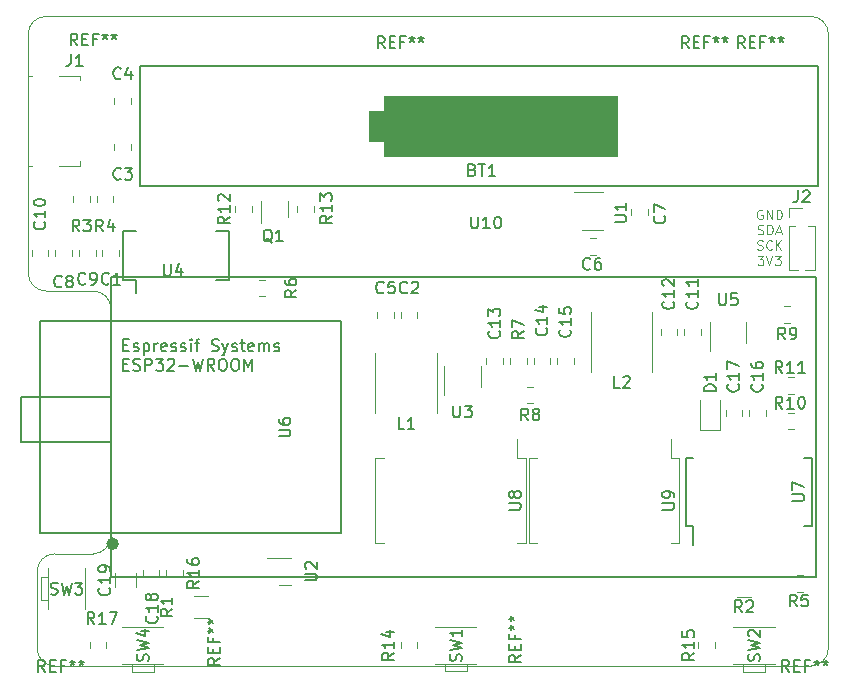
<source format=gbr>
%TF.GenerationSoftware,KiCad,Pcbnew,(6.0.0-rc1-dev-853-g5bbc2d74a)*%
%TF.CreationDate,2018-11-17T03:51:26+01:00*%
%TF.ProjectId,VFD_Watch,5646445F57617463682E6B696361645F,rev?*%
%TF.SameCoordinates,Original*%
%TF.FileFunction,Legend,Top*%
%TF.FilePolarity,Positive*%
%FSLAX46Y46*%
G04 Gerber Fmt 4.6, Leading zero omitted, Abs format (unit mm)*
G04 Created by KiCad (PCBNEW (6.0.0-rc1-dev-853-g5bbc2d74a)) date 2018 November 17, Saturday 03:51:26*
%MOMM*%
%LPD*%
G01*
G04 APERTURE LIST*
%ADD10C,0.100000*%
%ADD11C,0.050000*%
%ADD12C,0.150000*%
%ADD13C,0.500000*%
%ADD14C,0.120000*%
G04 APERTURE END LIST*
D10*
X148890476Y-89400000D02*
X148814285Y-89361904D01*
X148700000Y-89361904D01*
X148585714Y-89400000D01*
X148509523Y-89476190D01*
X148471428Y-89552380D01*
X148433333Y-89704761D01*
X148433333Y-89819047D01*
X148471428Y-89971428D01*
X148509523Y-90047619D01*
X148585714Y-90123809D01*
X148700000Y-90161904D01*
X148776190Y-90161904D01*
X148890476Y-90123809D01*
X148928571Y-90085714D01*
X148928571Y-89819047D01*
X148776190Y-89819047D01*
X149271428Y-90161904D02*
X149271428Y-89361904D01*
X149728571Y-90161904D01*
X149728571Y-89361904D01*
X150109523Y-90161904D02*
X150109523Y-89361904D01*
X150300000Y-89361904D01*
X150414285Y-89400000D01*
X150490476Y-89476190D01*
X150528571Y-89552380D01*
X150566666Y-89704761D01*
X150566666Y-89819047D01*
X150528571Y-89971428D01*
X150490476Y-90047619D01*
X150414285Y-90123809D01*
X150300000Y-90161904D01*
X150109523Y-90161904D01*
X148528571Y-91423809D02*
X148642857Y-91461904D01*
X148833333Y-91461904D01*
X148909523Y-91423809D01*
X148947619Y-91385714D01*
X148985714Y-91309523D01*
X148985714Y-91233333D01*
X148947619Y-91157142D01*
X148909523Y-91119047D01*
X148833333Y-91080952D01*
X148680952Y-91042857D01*
X148604761Y-91004761D01*
X148566666Y-90966666D01*
X148528571Y-90890476D01*
X148528571Y-90814285D01*
X148566666Y-90738095D01*
X148604761Y-90700000D01*
X148680952Y-90661904D01*
X148871428Y-90661904D01*
X148985714Y-90700000D01*
X149328571Y-91461904D02*
X149328571Y-90661904D01*
X149519047Y-90661904D01*
X149633333Y-90700000D01*
X149709523Y-90776190D01*
X149747619Y-90852380D01*
X149785714Y-91004761D01*
X149785714Y-91119047D01*
X149747619Y-91271428D01*
X149709523Y-91347619D01*
X149633333Y-91423809D01*
X149519047Y-91461904D01*
X149328571Y-91461904D01*
X150090476Y-91233333D02*
X150471428Y-91233333D01*
X150014285Y-91461904D02*
X150280952Y-90661904D01*
X150547619Y-91461904D01*
X148471428Y-92723809D02*
X148585714Y-92761904D01*
X148776190Y-92761904D01*
X148852380Y-92723809D01*
X148890476Y-92685714D01*
X148928571Y-92609523D01*
X148928571Y-92533333D01*
X148890476Y-92457142D01*
X148852380Y-92419047D01*
X148776190Y-92380952D01*
X148623809Y-92342857D01*
X148547619Y-92304761D01*
X148509523Y-92266666D01*
X148471428Y-92190476D01*
X148471428Y-92114285D01*
X148509523Y-92038095D01*
X148547619Y-92000000D01*
X148623809Y-91961904D01*
X148814285Y-91961904D01*
X148928571Y-92000000D01*
X149728571Y-92685714D02*
X149690476Y-92723809D01*
X149576190Y-92761904D01*
X149500000Y-92761904D01*
X149385714Y-92723809D01*
X149309523Y-92647619D01*
X149271428Y-92571428D01*
X149233333Y-92419047D01*
X149233333Y-92304761D01*
X149271428Y-92152380D01*
X149309523Y-92076190D01*
X149385714Y-92000000D01*
X149500000Y-91961904D01*
X149576190Y-91961904D01*
X149690476Y-92000000D01*
X149728571Y-92038095D01*
X150071428Y-92761904D02*
X150071428Y-91961904D01*
X150528571Y-92761904D02*
X150185714Y-92304761D01*
X150528571Y-91961904D02*
X150071428Y-92419047D01*
X148509523Y-93261904D02*
X149004761Y-93261904D01*
X148738095Y-93566666D01*
X148852380Y-93566666D01*
X148928571Y-93604761D01*
X148966666Y-93642857D01*
X149004761Y-93719047D01*
X149004761Y-93909523D01*
X148966666Y-93985714D01*
X148928571Y-94023809D01*
X148852380Y-94061904D01*
X148623809Y-94061904D01*
X148547619Y-94023809D01*
X148509523Y-93985714D01*
X149233333Y-93261904D02*
X149500000Y-94061904D01*
X149766666Y-93261904D01*
X149957142Y-93261904D02*
X150452380Y-93261904D01*
X150185714Y-93566666D01*
X150300000Y-93566666D01*
X150376190Y-93604761D01*
X150414285Y-93642857D01*
X150452380Y-93719047D01*
X150452380Y-93909523D01*
X150414285Y-93985714D01*
X150376190Y-94023809D01*
X150300000Y-94061904D01*
X150071428Y-94061904D01*
X149995238Y-94023809D01*
X149957142Y-93985714D01*
D11*
X93750000Y-117000000D02*
G75*
G02X92250000Y-118500000I-1500000J0D01*
G01*
X92250000Y-96250000D02*
G75*
G02X93750000Y-97750000I0J-1500000D01*
G01*
X88250000Y-96250000D02*
G75*
G02X86750000Y-94750000I0J1500000D01*
G01*
X87500000Y-120000000D02*
G75*
G02X89000000Y-118500000I1500000J0D01*
G01*
X89000000Y-128000000D02*
G75*
G02X87500000Y-126500000I0J1500000D01*
G01*
X154500000Y-126500000D02*
G75*
G02X153000000Y-128000000I-1500000J0D01*
G01*
X153000000Y-73000000D02*
G75*
G02X154500000Y-74500000I0J-1500000D01*
G01*
X86750000Y-74500000D02*
G75*
G02X88250000Y-73000000I1500000J0D01*
G01*
X87500000Y-120000000D02*
X87500000Y-126500000D01*
X92250000Y-118500000D02*
X89000000Y-118500000D01*
X93750000Y-97750000D02*
X93750000Y-117000000D01*
X88250000Y-96250000D02*
X92250000Y-96250000D01*
X86750000Y-76750000D02*
X86750000Y-94750000D01*
X86750000Y-74500000D02*
X86750000Y-76750000D01*
X153000000Y-73000000D02*
X88250000Y-73000000D01*
X154500000Y-74500000D02*
X154500000Y-126500000D01*
X89000000Y-128000000D02*
X153000000Y-128000000D01*
D12*
X86150000Y-109020000D02*
X93770000Y-109020000D01*
X86150000Y-105210000D02*
X86150000Y-109020000D01*
X93770000Y-105210000D02*
X86150000Y-105210000D01*
X93770000Y-120450000D02*
X93770000Y-95050000D01*
X153460000Y-120450000D02*
X93770000Y-120450000D01*
X153460000Y-95050000D02*
X153460000Y-120450000D01*
X93770000Y-95050000D02*
X153460000Y-95050000D01*
D13*
X94179981Y-117656000D02*
G75*
G03X94179981Y-117656000I-283981J0D01*
G01*
D12*
X93750000Y-98750000D02*
X93750000Y-116750000D01*
X87750000Y-116750000D02*
X113250000Y-116750000D01*
X87750000Y-98750000D02*
X113250000Y-98750000D01*
X113250000Y-98750000D02*
X113250000Y-116750000D01*
X87750000Y-98750000D02*
X87750000Y-116750000D01*
D14*
X116140000Y-117610000D02*
X116860000Y-117610000D01*
X116140000Y-110390000D02*
X116140000Y-117610000D01*
X116860000Y-110390000D02*
X116140000Y-110390000D01*
X128860000Y-117610000D02*
X128140000Y-117610000D01*
X128860000Y-110390000D02*
X128860000Y-117610000D01*
X128140000Y-110390000D02*
X128860000Y-110390000D01*
X128140000Y-108775000D02*
X128140000Y-110390000D01*
X94085579Y-120149052D02*
X94085579Y-121353180D01*
X95905579Y-120149052D02*
X95905579Y-121353180D01*
D12*
X95885000Y-95325000D02*
X94775000Y-95325000D01*
X94775000Y-91175000D02*
X95885000Y-91175000D01*
X103725000Y-91175000D02*
X102615000Y-91175000D01*
X103725000Y-95325000D02*
X102615000Y-95325000D01*
X94775000Y-95325000D02*
X94775000Y-91175000D01*
X103725000Y-95325000D02*
X103725000Y-91175000D01*
X95885000Y-95325000D02*
X95885000Y-96450000D01*
D14*
X151140000Y-89220000D02*
X152250000Y-89220000D01*
X151140000Y-89980000D02*
X151140000Y-89220000D01*
X152813471Y-90740000D02*
X153360000Y-90740000D01*
X151140000Y-90740000D02*
X151686529Y-90740000D01*
X153360000Y-90740000D02*
X153360000Y-94485000D01*
X151140000Y-90740000D02*
X151140000Y-94485000D01*
X152557530Y-94485000D02*
X153360000Y-94485000D01*
X151140000Y-94485000D02*
X151942470Y-94485000D01*
X129140000Y-117610000D02*
X129860000Y-117610000D01*
X129140000Y-110390000D02*
X129140000Y-117610000D01*
X129860000Y-110390000D02*
X129140000Y-110390000D01*
X141860000Y-117610000D02*
X141140000Y-117610000D01*
X141860000Y-110390000D02*
X141860000Y-117610000D01*
X141140000Y-110390000D02*
X141860000Y-110390000D01*
X141140000Y-108775000D02*
X141140000Y-110390000D01*
D12*
X143000000Y-116125000D02*
X143000000Y-117725000D01*
X153075000Y-116125000D02*
X153075000Y-110375000D01*
X142425000Y-116125000D02*
X142425000Y-110375000D01*
X153075000Y-116125000D02*
X152425000Y-116125000D01*
X153075000Y-110375000D02*
X152425000Y-110375000D01*
X142425000Y-110375000D02*
X143075000Y-110375000D01*
X142425000Y-116125000D02*
X143000000Y-116125000D01*
D14*
X151803922Y-121710000D02*
X152321078Y-121710000D01*
X151803922Y-120290000D02*
X152321078Y-120290000D01*
X135400000Y-87890000D02*
X132950000Y-87890000D01*
X133600000Y-91110000D02*
X135400000Y-91110000D01*
X139600000Y-103100000D02*
X139600000Y-98000000D01*
X134400000Y-103100000D02*
X134400000Y-98000000D01*
X121350000Y-106600000D02*
X121350000Y-101500000D01*
X116150000Y-106600000D02*
X116150000Y-101500000D01*
D10*
G36*
X136565000Y-84790000D02*
X136565000Y-79710000D01*
X116880000Y-79710000D01*
X116880000Y-84790000D01*
X136565000Y-84790000D01*
G37*
X136565000Y-84790000D02*
X136565000Y-79710000D01*
X116880000Y-79710000D01*
X116880000Y-84790000D01*
X136565000Y-84790000D01*
G36*
X116880000Y-83520000D02*
X115610000Y-83520000D01*
X115610000Y-80980000D01*
X116880000Y-80980000D01*
X116880000Y-83520000D01*
G37*
X116880000Y-83520000D02*
X115610000Y-83520000D01*
X115610000Y-80980000D01*
X116880000Y-80980000D01*
X116880000Y-83520000D01*
D12*
X153583000Y-77170000D02*
X96179000Y-77170000D01*
X96179000Y-77170000D02*
X96179000Y-87330000D01*
X96179000Y-87330000D02*
X153583000Y-87330000D01*
X153583000Y-87330000D02*
X153583000Y-77170000D01*
D14*
X94460000Y-92803922D02*
X94460000Y-93321078D01*
X93040000Y-92803922D02*
X93040000Y-93321078D01*
X119710000Y-98571078D02*
X119710000Y-98053922D01*
X118290000Y-98571078D02*
X118290000Y-98053922D01*
X95460000Y-83803922D02*
X95460000Y-84321078D01*
X94040000Y-83803922D02*
X94040000Y-84321078D01*
X95460000Y-80446078D02*
X95460000Y-79928922D01*
X94040000Y-80446078D02*
X94040000Y-79928922D01*
X116290000Y-98571078D02*
X116290000Y-98053922D01*
X117710000Y-98571078D02*
X117710000Y-98053922D01*
X134303922Y-91790000D02*
X134821078Y-91790000D01*
X134303922Y-93210000D02*
X134821078Y-93210000D01*
X89040000Y-92803922D02*
X89040000Y-93321078D01*
X90460000Y-92803922D02*
X90460000Y-93321078D01*
X92460000Y-92803922D02*
X92460000Y-93321078D01*
X91040000Y-92803922D02*
X91040000Y-93321078D01*
X88460000Y-92803922D02*
X88460000Y-93321078D01*
X87040000Y-92803922D02*
X87040000Y-93321078D01*
X142290000Y-99428922D02*
X142290000Y-99946078D01*
X143710000Y-99428922D02*
X143710000Y-99946078D01*
X141710000Y-99428922D02*
X141710000Y-99946078D01*
X140290000Y-99428922D02*
X140290000Y-99946078D01*
X125540000Y-101928922D02*
X125540000Y-102446078D01*
X126960000Y-101928922D02*
X126960000Y-102446078D01*
X129540000Y-101928922D02*
X129540000Y-102446078D01*
X130960000Y-101928922D02*
X130960000Y-102446078D01*
X131540000Y-101928922D02*
X131540000Y-102446078D01*
X132960000Y-101928922D02*
X132960000Y-102446078D01*
X147790000Y-106821078D02*
X147790000Y-106303922D01*
X149210000Y-106821078D02*
X149210000Y-106303922D01*
X147210000Y-106821078D02*
X147210000Y-106303922D01*
X145790000Y-106821078D02*
X145790000Y-106303922D01*
X96434871Y-119885004D02*
X96434871Y-120402160D01*
X97854871Y-119885004D02*
X97854871Y-120402160D01*
X143650000Y-108000000D02*
X145350000Y-108000000D01*
X145350000Y-108000000D02*
X145350000Y-105450000D01*
X143650000Y-108000000D02*
X143650000Y-105450000D01*
X91160000Y-85650000D02*
X91160000Y-85270000D01*
X87110000Y-85650000D02*
X86850000Y-85650000D01*
X91160000Y-85650000D02*
X89390000Y-85650000D01*
X91160000Y-78030000D02*
X91160000Y-78410000D01*
X89390000Y-78030000D02*
X91160000Y-78030000D01*
X86850000Y-78030000D02*
X87110000Y-78030000D01*
X106440000Y-88600000D02*
X106440000Y-90500000D01*
X108760000Y-90000000D02*
X108760000Y-88600000D01*
X102002064Y-122090000D02*
X100797936Y-122090000D01*
X102002064Y-123910000D02*
X100797936Y-123910000D01*
X146747936Y-120340000D02*
X147952064Y-120340000D01*
X146747936Y-122160000D02*
X147952064Y-122160000D01*
X90540000Y-88696078D02*
X90540000Y-88178922D01*
X91960000Y-88696078D02*
X91960000Y-88178922D01*
X93960000Y-88696078D02*
X93960000Y-88178922D01*
X92540000Y-88696078D02*
X92540000Y-88178922D01*
X106303922Y-96710000D02*
X106821078Y-96710000D01*
X106303922Y-95290000D02*
X106821078Y-95290000D01*
X127540000Y-101928922D02*
X127540000Y-102446078D01*
X128960000Y-101928922D02*
X128960000Y-102446078D01*
X128991422Y-104352500D02*
X129508578Y-104352500D01*
X128991422Y-105772500D02*
X129508578Y-105772500D01*
X151258578Y-97540000D02*
X150741422Y-97540000D01*
X151258578Y-98960000D02*
X150741422Y-98960000D01*
X151053922Y-106540000D02*
X151571078Y-106540000D01*
X151053922Y-107960000D02*
X151571078Y-107960000D01*
X151571078Y-103540000D02*
X151053922Y-103540000D01*
X151571078Y-104960000D02*
X151053922Y-104960000D01*
X105710000Y-89571078D02*
X105710000Y-89053922D01*
X104290000Y-89571078D02*
X104290000Y-89053922D01*
X109540000Y-89571078D02*
X109540000Y-89053922D01*
X110960000Y-89571078D02*
X110960000Y-89053922D01*
X119710000Y-125991422D02*
X119710000Y-126508578D01*
X118290000Y-125991422D02*
X118290000Y-126508578D01*
X143477500Y-125991422D02*
X143477500Y-126508578D01*
X144897500Y-125991422D02*
X144897500Y-126508578D01*
X99819675Y-119885004D02*
X99819675Y-120402160D01*
X98399675Y-119885004D02*
X98399675Y-120402160D01*
X91944112Y-125995074D02*
X91944112Y-126512230D01*
X93364112Y-125995074D02*
X93364112Y-126512230D01*
X123900000Y-127800000D02*
X123900000Y-128450000D01*
X123900000Y-128450000D02*
X122000000Y-128450000D01*
X122000000Y-128450000D02*
X122000000Y-127800000D01*
X121200000Y-124700000D02*
X124700000Y-124700000D01*
X124700000Y-127800000D02*
X121200000Y-127800000D01*
X149950000Y-127830000D02*
X146450000Y-127830000D01*
X146450000Y-124730000D02*
X149950000Y-124730000D01*
X147250000Y-128480000D02*
X147250000Y-127830000D01*
X149150000Y-128480000D02*
X147250000Y-128480000D01*
X149150000Y-127830000D02*
X149150000Y-128480000D01*
X88450000Y-122400000D02*
X87800000Y-122400000D01*
X87800000Y-122400000D02*
X87800000Y-120500000D01*
X87800000Y-120500000D02*
X88450000Y-120500000D01*
X91550000Y-119700000D02*
X91550000Y-123200000D01*
X88450000Y-123200000D02*
X88450000Y-119700000D01*
X98200000Y-127830000D02*
X94700000Y-127830000D01*
X94700000Y-124730000D02*
X98200000Y-124730000D01*
X95500000Y-128480000D02*
X95500000Y-127830000D01*
X97400000Y-128480000D02*
X95500000Y-128480000D01*
X97400000Y-127830000D02*
X97400000Y-128480000D01*
X109000000Y-121120000D02*
X108000000Y-121120000D01*
X107000000Y-118880000D02*
X109000000Y-118880000D01*
X125060000Y-104380000D02*
X125060000Y-102620000D01*
X121990000Y-102620000D02*
X121990000Y-105050000D01*
X147560000Y-100630000D02*
X147560000Y-98870000D01*
X144490000Y-98870000D02*
X144490000Y-101300000D01*
X137790000Y-89821078D02*
X137790000Y-89303922D01*
X139210000Y-89821078D02*
X139210000Y-89303922D01*
D12*
X124261904Y-89952380D02*
X124261904Y-90761904D01*
X124309523Y-90857142D01*
X124357142Y-90904761D01*
X124452380Y-90952380D01*
X124642857Y-90952380D01*
X124738095Y-90904761D01*
X124785714Y-90857142D01*
X124833333Y-90761904D01*
X124833333Y-89952380D01*
X125833333Y-90952380D02*
X125261904Y-90952380D01*
X125547619Y-90952380D02*
X125547619Y-89952380D01*
X125452380Y-90095238D01*
X125357142Y-90190476D01*
X125261904Y-90238095D01*
X126452380Y-89952380D02*
X126547619Y-89952380D01*
X126642857Y-90000000D01*
X126690476Y-90047619D01*
X126738095Y-90142857D01*
X126785714Y-90333333D01*
X126785714Y-90571428D01*
X126738095Y-90761904D01*
X126690476Y-90857142D01*
X126642857Y-90904761D01*
X126547619Y-90952380D01*
X126452380Y-90952380D01*
X126357142Y-90904761D01*
X126309523Y-90857142D01*
X126261904Y-90761904D01*
X126214285Y-90571428D01*
X126214285Y-90333333D01*
X126261904Y-90142857D01*
X126309523Y-90047619D01*
X126357142Y-90000000D01*
X126452380Y-89952380D01*
X142666666Y-75702380D02*
X142333333Y-75226190D01*
X142095238Y-75702380D02*
X142095238Y-74702380D01*
X142476190Y-74702380D01*
X142571428Y-74750000D01*
X142619047Y-74797619D01*
X142666666Y-74892857D01*
X142666666Y-75035714D01*
X142619047Y-75130952D01*
X142571428Y-75178571D01*
X142476190Y-75226190D01*
X142095238Y-75226190D01*
X143095238Y-75178571D02*
X143428571Y-75178571D01*
X143571428Y-75702380D02*
X143095238Y-75702380D01*
X143095238Y-74702380D01*
X143571428Y-74702380D01*
X144333333Y-75178571D02*
X144000000Y-75178571D01*
X144000000Y-75702380D02*
X144000000Y-74702380D01*
X144476190Y-74702380D01*
X145000000Y-74702380D02*
X145000000Y-74940476D01*
X144761904Y-74845238D02*
X145000000Y-74940476D01*
X145238095Y-74845238D01*
X144857142Y-75130952D02*
X145000000Y-74940476D01*
X145142857Y-75130952D01*
X145761904Y-74702380D02*
X145761904Y-74940476D01*
X145523809Y-74845238D02*
X145761904Y-74940476D01*
X146000000Y-74845238D01*
X145619047Y-75130952D02*
X145761904Y-74940476D01*
X145904761Y-75130952D01*
X116916666Y-75702380D02*
X116583333Y-75226190D01*
X116345238Y-75702380D02*
X116345238Y-74702380D01*
X116726190Y-74702380D01*
X116821428Y-74750000D01*
X116869047Y-74797619D01*
X116916666Y-74892857D01*
X116916666Y-75035714D01*
X116869047Y-75130952D01*
X116821428Y-75178571D01*
X116726190Y-75226190D01*
X116345238Y-75226190D01*
X117345238Y-75178571D02*
X117678571Y-75178571D01*
X117821428Y-75702380D02*
X117345238Y-75702380D01*
X117345238Y-74702380D01*
X117821428Y-74702380D01*
X118583333Y-75178571D02*
X118250000Y-75178571D01*
X118250000Y-75702380D02*
X118250000Y-74702380D01*
X118726190Y-74702380D01*
X119250000Y-74702380D02*
X119250000Y-74940476D01*
X119011904Y-74845238D02*
X119250000Y-74940476D01*
X119488095Y-74845238D01*
X119107142Y-75130952D02*
X119250000Y-74940476D01*
X119392857Y-75130952D01*
X120011904Y-74702380D02*
X120011904Y-74940476D01*
X119773809Y-74845238D02*
X120011904Y-74940476D01*
X120250000Y-74845238D01*
X119869047Y-75130952D02*
X120011904Y-74940476D01*
X120154761Y-75130952D01*
X128452380Y-127083333D02*
X127976190Y-127416666D01*
X128452380Y-127654761D02*
X127452380Y-127654761D01*
X127452380Y-127273809D01*
X127500000Y-127178571D01*
X127547619Y-127130952D01*
X127642857Y-127083333D01*
X127785714Y-127083333D01*
X127880952Y-127130952D01*
X127928571Y-127178571D01*
X127976190Y-127273809D01*
X127976190Y-127654761D01*
X127928571Y-126654761D02*
X127928571Y-126321428D01*
X128452380Y-126178571D02*
X128452380Y-126654761D01*
X127452380Y-126654761D01*
X127452380Y-126178571D01*
X127928571Y-125416666D02*
X127928571Y-125750000D01*
X128452380Y-125750000D02*
X127452380Y-125750000D01*
X127452380Y-125273809D01*
X127452380Y-124750000D02*
X127690476Y-124750000D01*
X127595238Y-124988095D02*
X127690476Y-124750000D01*
X127595238Y-124511904D01*
X127880952Y-124892857D02*
X127690476Y-124750000D01*
X127880952Y-124607142D01*
X127452380Y-123988095D02*
X127690476Y-123988095D01*
X127595238Y-124226190D02*
X127690476Y-123988095D01*
X127595238Y-123750000D01*
X127880952Y-124130952D02*
X127690476Y-123988095D01*
X127880952Y-123845238D01*
X102952380Y-127333333D02*
X102476190Y-127666666D01*
X102952380Y-127904761D02*
X101952380Y-127904761D01*
X101952380Y-127523809D01*
X102000000Y-127428571D01*
X102047619Y-127380952D01*
X102142857Y-127333333D01*
X102285714Y-127333333D01*
X102380952Y-127380952D01*
X102428571Y-127428571D01*
X102476190Y-127523809D01*
X102476190Y-127904761D01*
X102428571Y-126904761D02*
X102428571Y-126571428D01*
X102952380Y-126428571D02*
X102952380Y-126904761D01*
X101952380Y-126904761D01*
X101952380Y-126428571D01*
X102428571Y-125666666D02*
X102428571Y-126000000D01*
X102952380Y-126000000D02*
X101952380Y-126000000D01*
X101952380Y-125523809D01*
X101952380Y-125000000D02*
X102190476Y-125000000D01*
X102095238Y-125238095D02*
X102190476Y-125000000D01*
X102095238Y-124761904D01*
X102380952Y-125142857D02*
X102190476Y-125000000D01*
X102380952Y-124857142D01*
X101952380Y-124238095D02*
X102190476Y-124238095D01*
X102095238Y-124476190D02*
X102190476Y-124238095D01*
X102095238Y-124000000D01*
X102380952Y-124380952D02*
X102190476Y-124238095D01*
X102380952Y-124095238D01*
X107952380Y-108561904D02*
X108761904Y-108561904D01*
X108857142Y-108514285D01*
X108904761Y-108466666D01*
X108952380Y-108371428D01*
X108952380Y-108180952D01*
X108904761Y-108085714D01*
X108857142Y-108038095D01*
X108761904Y-107990476D01*
X107952380Y-107990476D01*
X107952380Y-107085714D02*
X107952380Y-107276190D01*
X108000000Y-107371428D01*
X108047619Y-107419047D01*
X108190476Y-107514285D01*
X108380952Y-107561904D01*
X108761904Y-107561904D01*
X108857142Y-107514285D01*
X108904761Y-107466666D01*
X108952380Y-107371428D01*
X108952380Y-107180952D01*
X108904761Y-107085714D01*
X108857142Y-107038095D01*
X108761904Y-106990476D01*
X108523809Y-106990476D01*
X108428571Y-107038095D01*
X108380952Y-107085714D01*
X108333333Y-107180952D01*
X108333333Y-107371428D01*
X108380952Y-107466666D01*
X108428571Y-107514285D01*
X108523809Y-107561904D01*
X94817571Y-100820571D02*
X95150904Y-100820571D01*
X95293761Y-101344380D02*
X94817571Y-101344380D01*
X94817571Y-100344380D01*
X95293761Y-100344380D01*
X95674714Y-101296761D02*
X95769952Y-101344380D01*
X95960428Y-101344380D01*
X96055666Y-101296761D01*
X96103285Y-101201523D01*
X96103285Y-101153904D01*
X96055666Y-101058666D01*
X95960428Y-101011047D01*
X95817571Y-101011047D01*
X95722333Y-100963428D01*
X95674714Y-100868190D01*
X95674714Y-100820571D01*
X95722333Y-100725333D01*
X95817571Y-100677714D01*
X95960428Y-100677714D01*
X96055666Y-100725333D01*
X96531857Y-100677714D02*
X96531857Y-101677714D01*
X96531857Y-100725333D02*
X96627095Y-100677714D01*
X96817571Y-100677714D01*
X96912809Y-100725333D01*
X96960428Y-100772952D01*
X97008047Y-100868190D01*
X97008047Y-101153904D01*
X96960428Y-101249142D01*
X96912809Y-101296761D01*
X96817571Y-101344380D01*
X96627095Y-101344380D01*
X96531857Y-101296761D01*
X97436619Y-101344380D02*
X97436619Y-100677714D01*
X97436619Y-100868190D02*
X97484238Y-100772952D01*
X97531857Y-100725333D01*
X97627095Y-100677714D01*
X97722333Y-100677714D01*
X98436619Y-101296761D02*
X98341380Y-101344380D01*
X98150904Y-101344380D01*
X98055666Y-101296761D01*
X98008047Y-101201523D01*
X98008047Y-100820571D01*
X98055666Y-100725333D01*
X98150904Y-100677714D01*
X98341380Y-100677714D01*
X98436619Y-100725333D01*
X98484238Y-100820571D01*
X98484238Y-100915809D01*
X98008047Y-101011047D01*
X98865190Y-101296761D02*
X98960428Y-101344380D01*
X99150904Y-101344380D01*
X99246142Y-101296761D01*
X99293761Y-101201523D01*
X99293761Y-101153904D01*
X99246142Y-101058666D01*
X99150904Y-101011047D01*
X99008047Y-101011047D01*
X98912809Y-100963428D01*
X98865190Y-100868190D01*
X98865190Y-100820571D01*
X98912809Y-100725333D01*
X99008047Y-100677714D01*
X99150904Y-100677714D01*
X99246142Y-100725333D01*
X99674714Y-101296761D02*
X99769952Y-101344380D01*
X99960428Y-101344380D01*
X100055666Y-101296761D01*
X100103285Y-101201523D01*
X100103285Y-101153904D01*
X100055666Y-101058666D01*
X99960428Y-101011047D01*
X99817571Y-101011047D01*
X99722333Y-100963428D01*
X99674714Y-100868190D01*
X99674714Y-100820571D01*
X99722333Y-100725333D01*
X99817571Y-100677714D01*
X99960428Y-100677714D01*
X100055666Y-100725333D01*
X100531857Y-101344380D02*
X100531857Y-100677714D01*
X100531857Y-100344380D02*
X100484238Y-100392000D01*
X100531857Y-100439619D01*
X100579476Y-100392000D01*
X100531857Y-100344380D01*
X100531857Y-100439619D01*
X100865190Y-100677714D02*
X101246142Y-100677714D01*
X101008047Y-101344380D02*
X101008047Y-100487238D01*
X101055666Y-100392000D01*
X101150904Y-100344380D01*
X101246142Y-100344380D01*
X102293761Y-101296761D02*
X102436619Y-101344380D01*
X102674714Y-101344380D01*
X102769952Y-101296761D01*
X102817571Y-101249142D01*
X102865190Y-101153904D01*
X102865190Y-101058666D01*
X102817571Y-100963428D01*
X102769952Y-100915809D01*
X102674714Y-100868190D01*
X102484238Y-100820571D01*
X102389000Y-100772952D01*
X102341380Y-100725333D01*
X102293761Y-100630095D01*
X102293761Y-100534857D01*
X102341380Y-100439619D01*
X102389000Y-100392000D01*
X102484238Y-100344380D01*
X102722333Y-100344380D01*
X102865190Y-100392000D01*
X103198523Y-100677714D02*
X103436619Y-101344380D01*
X103674714Y-100677714D02*
X103436619Y-101344380D01*
X103341380Y-101582476D01*
X103293761Y-101630095D01*
X103198523Y-101677714D01*
X104008047Y-101296761D02*
X104103285Y-101344380D01*
X104293761Y-101344380D01*
X104389000Y-101296761D01*
X104436619Y-101201523D01*
X104436619Y-101153904D01*
X104389000Y-101058666D01*
X104293761Y-101011047D01*
X104150904Y-101011047D01*
X104055666Y-100963428D01*
X104008047Y-100868190D01*
X104008047Y-100820571D01*
X104055666Y-100725333D01*
X104150904Y-100677714D01*
X104293761Y-100677714D01*
X104389000Y-100725333D01*
X104722333Y-100677714D02*
X105103285Y-100677714D01*
X104865190Y-100344380D02*
X104865190Y-101201523D01*
X104912809Y-101296761D01*
X105008047Y-101344380D01*
X105103285Y-101344380D01*
X105817571Y-101296761D02*
X105722333Y-101344380D01*
X105531857Y-101344380D01*
X105436619Y-101296761D01*
X105389000Y-101201523D01*
X105389000Y-100820571D01*
X105436619Y-100725333D01*
X105531857Y-100677714D01*
X105722333Y-100677714D01*
X105817571Y-100725333D01*
X105865190Y-100820571D01*
X105865190Y-100915809D01*
X105389000Y-101011047D01*
X106293761Y-101344380D02*
X106293761Y-100677714D01*
X106293761Y-100772952D02*
X106341380Y-100725333D01*
X106436619Y-100677714D01*
X106579476Y-100677714D01*
X106674714Y-100725333D01*
X106722333Y-100820571D01*
X106722333Y-101344380D01*
X106722333Y-100820571D02*
X106769952Y-100725333D01*
X106865190Y-100677714D01*
X107008047Y-100677714D01*
X107103285Y-100725333D01*
X107150904Y-100820571D01*
X107150904Y-101344380D01*
X107579476Y-101296761D02*
X107674714Y-101344380D01*
X107865190Y-101344380D01*
X107960428Y-101296761D01*
X108008047Y-101201523D01*
X108008047Y-101153904D01*
X107960428Y-101058666D01*
X107865190Y-101011047D01*
X107722333Y-101011047D01*
X107627095Y-100963428D01*
X107579476Y-100868190D01*
X107579476Y-100820571D01*
X107627095Y-100725333D01*
X107722333Y-100677714D01*
X107865190Y-100677714D01*
X107960428Y-100725333D01*
X94793619Y-102471571D02*
X95126952Y-102471571D01*
X95269809Y-102995380D02*
X94793619Y-102995380D01*
X94793619Y-101995380D01*
X95269809Y-101995380D01*
X95650761Y-102947761D02*
X95793619Y-102995380D01*
X96031714Y-102995380D01*
X96126952Y-102947761D01*
X96174571Y-102900142D01*
X96222190Y-102804904D01*
X96222190Y-102709666D01*
X96174571Y-102614428D01*
X96126952Y-102566809D01*
X96031714Y-102519190D01*
X95841238Y-102471571D01*
X95746000Y-102423952D01*
X95698380Y-102376333D01*
X95650761Y-102281095D01*
X95650761Y-102185857D01*
X95698380Y-102090619D01*
X95746000Y-102043000D01*
X95841238Y-101995380D01*
X96079333Y-101995380D01*
X96222190Y-102043000D01*
X96650761Y-102995380D02*
X96650761Y-101995380D01*
X97031714Y-101995380D01*
X97126952Y-102043000D01*
X97174571Y-102090619D01*
X97222190Y-102185857D01*
X97222190Y-102328714D01*
X97174571Y-102423952D01*
X97126952Y-102471571D01*
X97031714Y-102519190D01*
X96650761Y-102519190D01*
X97555523Y-101995380D02*
X98174571Y-101995380D01*
X97841238Y-102376333D01*
X97984095Y-102376333D01*
X98079333Y-102423952D01*
X98126952Y-102471571D01*
X98174571Y-102566809D01*
X98174571Y-102804904D01*
X98126952Y-102900142D01*
X98079333Y-102947761D01*
X97984095Y-102995380D01*
X97698380Y-102995380D01*
X97603142Y-102947761D01*
X97555523Y-102900142D01*
X98555523Y-102090619D02*
X98603142Y-102043000D01*
X98698380Y-101995380D01*
X98936476Y-101995380D01*
X99031714Y-102043000D01*
X99079333Y-102090619D01*
X99126952Y-102185857D01*
X99126952Y-102281095D01*
X99079333Y-102423952D01*
X98507904Y-102995380D01*
X99126952Y-102995380D01*
X99555523Y-102614428D02*
X100317428Y-102614428D01*
X100698380Y-101995380D02*
X100936476Y-102995380D01*
X101126952Y-102281095D01*
X101317428Y-102995380D01*
X101555523Y-101995380D01*
X102507904Y-102995380D02*
X102174571Y-102519190D01*
X101936476Y-102995380D02*
X101936476Y-101995380D01*
X102317428Y-101995380D01*
X102412666Y-102043000D01*
X102460285Y-102090619D01*
X102507904Y-102185857D01*
X102507904Y-102328714D01*
X102460285Y-102423952D01*
X102412666Y-102471571D01*
X102317428Y-102519190D01*
X101936476Y-102519190D01*
X103126952Y-101995380D02*
X103317428Y-101995380D01*
X103412666Y-102043000D01*
X103507904Y-102138238D01*
X103555523Y-102328714D01*
X103555523Y-102662047D01*
X103507904Y-102852523D01*
X103412666Y-102947761D01*
X103317428Y-102995380D01*
X103126952Y-102995380D01*
X103031714Y-102947761D01*
X102936476Y-102852523D01*
X102888857Y-102662047D01*
X102888857Y-102328714D01*
X102936476Y-102138238D01*
X103031714Y-102043000D01*
X103126952Y-101995380D01*
X104174571Y-101995380D02*
X104365047Y-101995380D01*
X104460285Y-102043000D01*
X104555523Y-102138238D01*
X104603142Y-102328714D01*
X104603142Y-102662047D01*
X104555523Y-102852523D01*
X104460285Y-102947761D01*
X104365047Y-102995380D01*
X104174571Y-102995380D01*
X104079333Y-102947761D01*
X103984095Y-102852523D01*
X103936476Y-102662047D01*
X103936476Y-102328714D01*
X103984095Y-102138238D01*
X104079333Y-102043000D01*
X104174571Y-101995380D01*
X105031714Y-102995380D02*
X105031714Y-101995380D01*
X105365047Y-102709666D01*
X105698380Y-101995380D01*
X105698380Y-102995380D01*
X127452380Y-114761904D02*
X128261904Y-114761904D01*
X128357142Y-114714285D01*
X128404761Y-114666666D01*
X128452380Y-114571428D01*
X128452380Y-114380952D01*
X128404761Y-114285714D01*
X128357142Y-114238095D01*
X128261904Y-114190476D01*
X127452380Y-114190476D01*
X127880952Y-113571428D02*
X127833333Y-113666666D01*
X127785714Y-113714285D01*
X127690476Y-113761904D01*
X127642857Y-113761904D01*
X127547619Y-113714285D01*
X127500000Y-113666666D01*
X127452380Y-113571428D01*
X127452380Y-113380952D01*
X127500000Y-113285714D01*
X127547619Y-113238095D01*
X127642857Y-113190476D01*
X127690476Y-113190476D01*
X127785714Y-113238095D01*
X127833333Y-113285714D01*
X127880952Y-113380952D01*
X127880952Y-113571428D01*
X127928571Y-113666666D01*
X127976190Y-113714285D01*
X128071428Y-113761904D01*
X128261904Y-113761904D01*
X128357142Y-113714285D01*
X128404761Y-113666666D01*
X128452380Y-113571428D01*
X128452380Y-113380952D01*
X128404761Y-113285714D01*
X128357142Y-113238095D01*
X128261904Y-113190476D01*
X128071428Y-113190476D01*
X127976190Y-113238095D01*
X127928571Y-113285714D01*
X127880952Y-113380952D01*
X93602721Y-121393973D02*
X93650340Y-121441592D01*
X93697959Y-121584449D01*
X93697959Y-121679687D01*
X93650340Y-121822544D01*
X93555102Y-121917782D01*
X93459864Y-121965401D01*
X93269388Y-122013020D01*
X93126531Y-122013020D01*
X92936055Y-121965401D01*
X92840817Y-121917782D01*
X92745579Y-121822544D01*
X92697959Y-121679687D01*
X92697959Y-121584449D01*
X92745579Y-121441592D01*
X92793198Y-121393973D01*
X93697959Y-120441592D02*
X93697959Y-121013020D01*
X93697959Y-120727306D02*
X92697959Y-120727306D01*
X92840817Y-120822544D01*
X92936055Y-120917782D01*
X92983674Y-121013020D01*
X93697959Y-119965401D02*
X93697959Y-119774925D01*
X93650340Y-119679687D01*
X93602721Y-119632068D01*
X93459864Y-119536830D01*
X93269388Y-119489211D01*
X92888436Y-119489211D01*
X92793198Y-119536830D01*
X92745579Y-119584449D01*
X92697959Y-119679687D01*
X92697959Y-119870163D01*
X92745579Y-119965401D01*
X92793198Y-120013020D01*
X92888436Y-120060639D01*
X93126531Y-120060639D01*
X93221769Y-120013020D01*
X93269388Y-119965401D01*
X93317007Y-119870163D01*
X93317007Y-119679687D01*
X93269388Y-119584449D01*
X93221769Y-119536830D01*
X93126531Y-119489211D01*
X98238095Y-93952380D02*
X98238095Y-94761904D01*
X98285714Y-94857142D01*
X98333333Y-94904761D01*
X98428571Y-94952380D01*
X98619047Y-94952380D01*
X98714285Y-94904761D01*
X98761904Y-94857142D01*
X98809523Y-94761904D01*
X98809523Y-93952380D01*
X99714285Y-94285714D02*
X99714285Y-94952380D01*
X99476190Y-93904761D02*
X99238095Y-94619047D01*
X99857142Y-94619047D01*
X151916666Y-87737380D02*
X151916666Y-88451666D01*
X151869047Y-88594523D01*
X151773809Y-88689761D01*
X151630952Y-88737380D01*
X151535714Y-88737380D01*
X152345238Y-87832619D02*
X152392857Y-87785000D01*
X152488095Y-87737380D01*
X152726190Y-87737380D01*
X152821428Y-87785000D01*
X152869047Y-87832619D01*
X152916666Y-87927857D01*
X152916666Y-88023095D01*
X152869047Y-88165952D01*
X152297619Y-88737380D01*
X152916666Y-88737380D01*
X140452380Y-114761904D02*
X141261904Y-114761904D01*
X141357142Y-114714285D01*
X141404761Y-114666666D01*
X141452380Y-114571428D01*
X141452380Y-114380952D01*
X141404761Y-114285714D01*
X141357142Y-114238095D01*
X141261904Y-114190476D01*
X140452380Y-114190476D01*
X141452380Y-113666666D02*
X141452380Y-113476190D01*
X141404761Y-113380952D01*
X141357142Y-113333333D01*
X141214285Y-113238095D01*
X141023809Y-113190476D01*
X140642857Y-113190476D01*
X140547619Y-113238095D01*
X140500000Y-113285714D01*
X140452380Y-113380952D01*
X140452380Y-113571428D01*
X140500000Y-113666666D01*
X140547619Y-113714285D01*
X140642857Y-113761904D01*
X140880952Y-113761904D01*
X140976190Y-113714285D01*
X141023809Y-113666666D01*
X141071428Y-113571428D01*
X141071428Y-113380952D01*
X141023809Y-113285714D01*
X140976190Y-113238095D01*
X140880952Y-113190476D01*
X151452380Y-114011904D02*
X152261904Y-114011904D01*
X152357142Y-113964285D01*
X152404761Y-113916666D01*
X152452380Y-113821428D01*
X152452380Y-113630952D01*
X152404761Y-113535714D01*
X152357142Y-113488095D01*
X152261904Y-113440476D01*
X151452380Y-113440476D01*
X151452380Y-113059523D02*
X151452380Y-112392857D01*
X152452380Y-112821428D01*
X151833333Y-122952380D02*
X151500000Y-122476190D01*
X151261904Y-122952380D02*
X151261904Y-121952380D01*
X151642857Y-121952380D01*
X151738095Y-122000000D01*
X151785714Y-122047619D01*
X151833333Y-122142857D01*
X151833333Y-122285714D01*
X151785714Y-122380952D01*
X151738095Y-122428571D01*
X151642857Y-122476190D01*
X151261904Y-122476190D01*
X152738095Y-121952380D02*
X152261904Y-121952380D01*
X152214285Y-122428571D01*
X152261904Y-122380952D01*
X152357142Y-122333333D01*
X152595238Y-122333333D01*
X152690476Y-122380952D01*
X152738095Y-122428571D01*
X152785714Y-122523809D01*
X152785714Y-122761904D01*
X152738095Y-122857142D01*
X152690476Y-122904761D01*
X152595238Y-122952380D01*
X152357142Y-122952380D01*
X152261904Y-122904761D01*
X152214285Y-122857142D01*
X147416666Y-75702380D02*
X147083333Y-75226190D01*
X146845238Y-75702380D02*
X146845238Y-74702380D01*
X147226190Y-74702380D01*
X147321428Y-74750000D01*
X147369047Y-74797619D01*
X147416666Y-74892857D01*
X147416666Y-75035714D01*
X147369047Y-75130952D01*
X147321428Y-75178571D01*
X147226190Y-75226190D01*
X146845238Y-75226190D01*
X147845238Y-75178571D02*
X148178571Y-75178571D01*
X148321428Y-75702380D02*
X147845238Y-75702380D01*
X147845238Y-74702380D01*
X148321428Y-74702380D01*
X149083333Y-75178571D02*
X148750000Y-75178571D01*
X148750000Y-75702380D02*
X148750000Y-74702380D01*
X149226190Y-74702380D01*
X149750000Y-74702380D02*
X149750000Y-74940476D01*
X149511904Y-74845238D02*
X149750000Y-74940476D01*
X149988095Y-74845238D01*
X149607142Y-75130952D02*
X149750000Y-74940476D01*
X149892857Y-75130952D01*
X150511904Y-74702380D02*
X150511904Y-74940476D01*
X150273809Y-74845238D02*
X150511904Y-74940476D01*
X150750000Y-74845238D01*
X150369047Y-75130952D02*
X150511904Y-74940476D01*
X150654761Y-75130952D01*
X90916666Y-75452380D02*
X90583333Y-74976190D01*
X90345238Y-75452380D02*
X90345238Y-74452380D01*
X90726190Y-74452380D01*
X90821428Y-74500000D01*
X90869047Y-74547619D01*
X90916666Y-74642857D01*
X90916666Y-74785714D01*
X90869047Y-74880952D01*
X90821428Y-74928571D01*
X90726190Y-74976190D01*
X90345238Y-74976190D01*
X91345238Y-74928571D02*
X91678571Y-74928571D01*
X91821428Y-75452380D02*
X91345238Y-75452380D01*
X91345238Y-74452380D01*
X91821428Y-74452380D01*
X92583333Y-74928571D02*
X92250000Y-74928571D01*
X92250000Y-75452380D02*
X92250000Y-74452380D01*
X92726190Y-74452380D01*
X93250000Y-74452380D02*
X93250000Y-74690476D01*
X93011904Y-74595238D02*
X93250000Y-74690476D01*
X93488095Y-74595238D01*
X93107142Y-74880952D02*
X93250000Y-74690476D01*
X93392857Y-74880952D01*
X94011904Y-74452380D02*
X94011904Y-74690476D01*
X93773809Y-74595238D02*
X94011904Y-74690476D01*
X94250000Y-74595238D01*
X93869047Y-74880952D02*
X94011904Y-74690476D01*
X94154761Y-74880952D01*
X151166666Y-128484380D02*
X150833333Y-128008190D01*
X150595238Y-128484380D02*
X150595238Y-127484380D01*
X150976190Y-127484380D01*
X151071428Y-127532000D01*
X151119047Y-127579619D01*
X151166666Y-127674857D01*
X151166666Y-127817714D01*
X151119047Y-127912952D01*
X151071428Y-127960571D01*
X150976190Y-128008190D01*
X150595238Y-128008190D01*
X151595238Y-127960571D02*
X151928571Y-127960571D01*
X152071428Y-128484380D02*
X151595238Y-128484380D01*
X151595238Y-127484380D01*
X152071428Y-127484380D01*
X152833333Y-127960571D02*
X152500000Y-127960571D01*
X152500000Y-128484380D02*
X152500000Y-127484380D01*
X152976190Y-127484380D01*
X153500000Y-127484380D02*
X153500000Y-127722476D01*
X153261904Y-127627238D02*
X153500000Y-127722476D01*
X153738095Y-127627238D01*
X153357142Y-127912952D02*
X153500000Y-127722476D01*
X153642857Y-127912952D01*
X154261904Y-127484380D02*
X154261904Y-127722476D01*
X154023809Y-127627238D02*
X154261904Y-127722476D01*
X154500000Y-127627238D01*
X154119047Y-127912952D02*
X154261904Y-127722476D01*
X154404761Y-127912952D01*
X88166666Y-128484380D02*
X87833333Y-128008190D01*
X87595238Y-128484380D02*
X87595238Y-127484380D01*
X87976190Y-127484380D01*
X88071428Y-127532000D01*
X88119047Y-127579619D01*
X88166666Y-127674857D01*
X88166666Y-127817714D01*
X88119047Y-127912952D01*
X88071428Y-127960571D01*
X87976190Y-128008190D01*
X87595238Y-128008190D01*
X88595238Y-127960571D02*
X88928571Y-127960571D01*
X89071428Y-128484380D02*
X88595238Y-128484380D01*
X88595238Y-127484380D01*
X89071428Y-127484380D01*
X89833333Y-127960571D02*
X89500000Y-127960571D01*
X89500000Y-128484380D02*
X89500000Y-127484380D01*
X89976190Y-127484380D01*
X90500000Y-127484380D02*
X90500000Y-127722476D01*
X90261904Y-127627238D02*
X90500000Y-127722476D01*
X90738095Y-127627238D01*
X90357142Y-127912952D02*
X90500000Y-127722476D01*
X90642857Y-127912952D01*
X91261904Y-127484380D02*
X91261904Y-127722476D01*
X91023809Y-127627238D02*
X91261904Y-127722476D01*
X91500000Y-127627238D01*
X91119047Y-127912952D02*
X91261904Y-127722476D01*
X91404761Y-127912952D01*
X136402380Y-90411904D02*
X137211904Y-90411904D01*
X137307142Y-90364285D01*
X137354761Y-90316666D01*
X137402380Y-90221428D01*
X137402380Y-90030952D01*
X137354761Y-89935714D01*
X137307142Y-89888095D01*
X137211904Y-89840476D01*
X136402380Y-89840476D01*
X137402380Y-88840476D02*
X137402380Y-89411904D01*
X137402380Y-89126190D02*
X136402380Y-89126190D01*
X136545238Y-89221428D01*
X136640476Y-89316666D01*
X136688095Y-89411904D01*
X136833333Y-104452380D02*
X136357142Y-104452380D01*
X136357142Y-103452380D01*
X137119047Y-103547619D02*
X137166666Y-103500000D01*
X137261904Y-103452380D01*
X137500000Y-103452380D01*
X137595238Y-103500000D01*
X137642857Y-103547619D01*
X137690476Y-103642857D01*
X137690476Y-103738095D01*
X137642857Y-103880952D01*
X137071428Y-104452380D01*
X137690476Y-104452380D01*
X118583333Y-107952380D02*
X118107142Y-107952380D01*
X118107142Y-106952380D01*
X119440476Y-107952380D02*
X118869047Y-107952380D01*
X119154761Y-107952380D02*
X119154761Y-106952380D01*
X119059523Y-107095238D01*
X118964285Y-107190476D01*
X118869047Y-107238095D01*
X124349285Y-85988571D02*
X124492142Y-86036190D01*
X124539761Y-86083809D01*
X124587380Y-86179047D01*
X124587380Y-86321904D01*
X124539761Y-86417142D01*
X124492142Y-86464761D01*
X124396904Y-86512380D01*
X124015952Y-86512380D01*
X124015952Y-85512380D01*
X124349285Y-85512380D01*
X124444523Y-85560000D01*
X124492142Y-85607619D01*
X124539761Y-85702857D01*
X124539761Y-85798095D01*
X124492142Y-85893333D01*
X124444523Y-85940952D01*
X124349285Y-85988571D01*
X124015952Y-85988571D01*
X124873095Y-85512380D02*
X125444523Y-85512380D01*
X125158809Y-86512380D02*
X125158809Y-85512380D01*
X126301666Y-86512380D02*
X125730238Y-86512380D01*
X126015952Y-86512380D02*
X126015952Y-85512380D01*
X125920714Y-85655238D01*
X125825476Y-85750476D01*
X125730238Y-85798095D01*
X93583333Y-95607142D02*
X93535714Y-95654761D01*
X93392857Y-95702380D01*
X93297619Y-95702380D01*
X93154761Y-95654761D01*
X93059523Y-95559523D01*
X93011904Y-95464285D01*
X92964285Y-95273809D01*
X92964285Y-95130952D01*
X93011904Y-94940476D01*
X93059523Y-94845238D01*
X93154761Y-94750000D01*
X93297619Y-94702380D01*
X93392857Y-94702380D01*
X93535714Y-94750000D01*
X93583333Y-94797619D01*
X94535714Y-95702380D02*
X93964285Y-95702380D01*
X94250000Y-95702380D02*
X94250000Y-94702380D01*
X94154761Y-94845238D01*
X94059523Y-94940476D01*
X93964285Y-94988095D01*
X118833333Y-96357142D02*
X118785714Y-96404761D01*
X118642857Y-96452380D01*
X118547619Y-96452380D01*
X118404761Y-96404761D01*
X118309523Y-96309523D01*
X118261904Y-96214285D01*
X118214285Y-96023809D01*
X118214285Y-95880952D01*
X118261904Y-95690476D01*
X118309523Y-95595238D01*
X118404761Y-95500000D01*
X118547619Y-95452380D01*
X118642857Y-95452380D01*
X118785714Y-95500000D01*
X118833333Y-95547619D01*
X119214285Y-95547619D02*
X119261904Y-95500000D01*
X119357142Y-95452380D01*
X119595238Y-95452380D01*
X119690476Y-95500000D01*
X119738095Y-95547619D01*
X119785714Y-95642857D01*
X119785714Y-95738095D01*
X119738095Y-95880952D01*
X119166666Y-96452380D01*
X119785714Y-96452380D01*
X94583333Y-86732142D02*
X94535714Y-86779761D01*
X94392857Y-86827380D01*
X94297619Y-86827380D01*
X94154761Y-86779761D01*
X94059523Y-86684523D01*
X94011904Y-86589285D01*
X93964285Y-86398809D01*
X93964285Y-86255952D01*
X94011904Y-86065476D01*
X94059523Y-85970238D01*
X94154761Y-85875000D01*
X94297619Y-85827380D01*
X94392857Y-85827380D01*
X94535714Y-85875000D01*
X94583333Y-85922619D01*
X94916666Y-85827380D02*
X95535714Y-85827380D01*
X95202380Y-86208333D01*
X95345238Y-86208333D01*
X95440476Y-86255952D01*
X95488095Y-86303571D01*
X95535714Y-86398809D01*
X95535714Y-86636904D01*
X95488095Y-86732142D01*
X95440476Y-86779761D01*
X95345238Y-86827380D01*
X95059523Y-86827380D01*
X94964285Y-86779761D01*
X94916666Y-86732142D01*
X94583333Y-78232142D02*
X94535714Y-78279761D01*
X94392857Y-78327380D01*
X94297619Y-78327380D01*
X94154761Y-78279761D01*
X94059523Y-78184523D01*
X94011904Y-78089285D01*
X93964285Y-77898809D01*
X93964285Y-77755952D01*
X94011904Y-77565476D01*
X94059523Y-77470238D01*
X94154761Y-77375000D01*
X94297619Y-77327380D01*
X94392857Y-77327380D01*
X94535714Y-77375000D01*
X94583333Y-77422619D01*
X95440476Y-77660714D02*
X95440476Y-78327380D01*
X95202380Y-77279761D02*
X94964285Y-77994047D01*
X95583333Y-77994047D01*
X116833333Y-96357142D02*
X116785714Y-96404761D01*
X116642857Y-96452380D01*
X116547619Y-96452380D01*
X116404761Y-96404761D01*
X116309523Y-96309523D01*
X116261904Y-96214285D01*
X116214285Y-96023809D01*
X116214285Y-95880952D01*
X116261904Y-95690476D01*
X116309523Y-95595238D01*
X116404761Y-95500000D01*
X116547619Y-95452380D01*
X116642857Y-95452380D01*
X116785714Y-95500000D01*
X116833333Y-95547619D01*
X117738095Y-95452380D02*
X117261904Y-95452380D01*
X117214285Y-95928571D01*
X117261904Y-95880952D01*
X117357142Y-95833333D01*
X117595238Y-95833333D01*
X117690476Y-95880952D01*
X117738095Y-95928571D01*
X117785714Y-96023809D01*
X117785714Y-96261904D01*
X117738095Y-96357142D01*
X117690476Y-96404761D01*
X117595238Y-96452380D01*
X117357142Y-96452380D01*
X117261904Y-96404761D01*
X117214285Y-96357142D01*
X134333333Y-94357142D02*
X134285714Y-94404761D01*
X134142857Y-94452380D01*
X134047619Y-94452380D01*
X133904761Y-94404761D01*
X133809523Y-94309523D01*
X133761904Y-94214285D01*
X133714285Y-94023809D01*
X133714285Y-93880952D01*
X133761904Y-93690476D01*
X133809523Y-93595238D01*
X133904761Y-93500000D01*
X134047619Y-93452380D01*
X134142857Y-93452380D01*
X134285714Y-93500000D01*
X134333333Y-93547619D01*
X135190476Y-93452380D02*
X135000000Y-93452380D01*
X134904761Y-93500000D01*
X134857142Y-93547619D01*
X134761904Y-93690476D01*
X134714285Y-93880952D01*
X134714285Y-94261904D01*
X134761904Y-94357142D01*
X134809523Y-94404761D01*
X134904761Y-94452380D01*
X135095238Y-94452380D01*
X135190476Y-94404761D01*
X135238095Y-94357142D01*
X135285714Y-94261904D01*
X135285714Y-94023809D01*
X135238095Y-93928571D01*
X135190476Y-93880952D01*
X135095238Y-93833333D01*
X134904761Y-93833333D01*
X134809523Y-93880952D01*
X134761904Y-93928571D01*
X134714285Y-94023809D01*
X89583333Y-95857142D02*
X89535714Y-95904761D01*
X89392857Y-95952380D01*
X89297619Y-95952380D01*
X89154761Y-95904761D01*
X89059523Y-95809523D01*
X89011904Y-95714285D01*
X88964285Y-95523809D01*
X88964285Y-95380952D01*
X89011904Y-95190476D01*
X89059523Y-95095238D01*
X89154761Y-95000000D01*
X89297619Y-94952380D01*
X89392857Y-94952380D01*
X89535714Y-95000000D01*
X89583333Y-95047619D01*
X90154761Y-95380952D02*
X90059523Y-95333333D01*
X90011904Y-95285714D01*
X89964285Y-95190476D01*
X89964285Y-95142857D01*
X90011904Y-95047619D01*
X90059523Y-95000000D01*
X90154761Y-94952380D01*
X90345238Y-94952380D01*
X90440476Y-95000000D01*
X90488095Y-95047619D01*
X90535714Y-95142857D01*
X90535714Y-95190476D01*
X90488095Y-95285714D01*
X90440476Y-95333333D01*
X90345238Y-95380952D01*
X90154761Y-95380952D01*
X90059523Y-95428571D01*
X90011904Y-95476190D01*
X89964285Y-95571428D01*
X89964285Y-95761904D01*
X90011904Y-95857142D01*
X90059523Y-95904761D01*
X90154761Y-95952380D01*
X90345238Y-95952380D01*
X90440476Y-95904761D01*
X90488095Y-95857142D01*
X90535714Y-95761904D01*
X90535714Y-95571428D01*
X90488095Y-95476190D01*
X90440476Y-95428571D01*
X90345238Y-95380952D01*
X91583333Y-95607142D02*
X91535714Y-95654761D01*
X91392857Y-95702380D01*
X91297619Y-95702380D01*
X91154761Y-95654761D01*
X91059523Y-95559523D01*
X91011904Y-95464285D01*
X90964285Y-95273809D01*
X90964285Y-95130952D01*
X91011904Y-94940476D01*
X91059523Y-94845238D01*
X91154761Y-94750000D01*
X91297619Y-94702380D01*
X91392857Y-94702380D01*
X91535714Y-94750000D01*
X91583333Y-94797619D01*
X92059523Y-95702380D02*
X92250000Y-95702380D01*
X92345238Y-95654761D01*
X92392857Y-95607142D01*
X92488095Y-95464285D01*
X92535714Y-95273809D01*
X92535714Y-94892857D01*
X92488095Y-94797619D01*
X92440476Y-94750000D01*
X92345238Y-94702380D01*
X92154761Y-94702380D01*
X92059523Y-94750000D01*
X92011904Y-94797619D01*
X91964285Y-94892857D01*
X91964285Y-95130952D01*
X92011904Y-95226190D01*
X92059523Y-95273809D01*
X92154761Y-95321428D01*
X92345238Y-95321428D01*
X92440476Y-95273809D01*
X92488095Y-95226190D01*
X92535714Y-95130952D01*
X88107142Y-90392857D02*
X88154761Y-90440476D01*
X88202380Y-90583333D01*
X88202380Y-90678571D01*
X88154761Y-90821428D01*
X88059523Y-90916666D01*
X87964285Y-90964285D01*
X87773809Y-91011904D01*
X87630952Y-91011904D01*
X87440476Y-90964285D01*
X87345238Y-90916666D01*
X87250000Y-90821428D01*
X87202380Y-90678571D01*
X87202380Y-90583333D01*
X87250000Y-90440476D01*
X87297619Y-90392857D01*
X88202380Y-89440476D02*
X88202380Y-90011904D01*
X88202380Y-89726190D02*
X87202380Y-89726190D01*
X87345238Y-89821428D01*
X87440476Y-89916666D01*
X87488095Y-90011904D01*
X87202380Y-88821428D02*
X87202380Y-88726190D01*
X87250000Y-88630952D01*
X87297619Y-88583333D01*
X87392857Y-88535714D01*
X87583333Y-88488095D01*
X87821428Y-88488095D01*
X88011904Y-88535714D01*
X88107142Y-88583333D01*
X88154761Y-88630952D01*
X88202380Y-88726190D01*
X88202380Y-88821428D01*
X88154761Y-88916666D01*
X88107142Y-88964285D01*
X88011904Y-89011904D01*
X87821428Y-89059523D01*
X87583333Y-89059523D01*
X87392857Y-89011904D01*
X87297619Y-88964285D01*
X87250000Y-88916666D01*
X87202380Y-88821428D01*
X143357142Y-97142857D02*
X143404761Y-97190476D01*
X143452380Y-97333333D01*
X143452380Y-97428571D01*
X143404761Y-97571428D01*
X143309523Y-97666666D01*
X143214285Y-97714285D01*
X143023809Y-97761904D01*
X142880952Y-97761904D01*
X142690476Y-97714285D01*
X142595238Y-97666666D01*
X142500000Y-97571428D01*
X142452380Y-97428571D01*
X142452380Y-97333333D01*
X142500000Y-97190476D01*
X142547619Y-97142857D01*
X143452380Y-96190476D02*
X143452380Y-96761904D01*
X143452380Y-96476190D02*
X142452380Y-96476190D01*
X142595238Y-96571428D01*
X142690476Y-96666666D01*
X142738095Y-96761904D01*
X143452380Y-95238095D02*
X143452380Y-95809523D01*
X143452380Y-95523809D02*
X142452380Y-95523809D01*
X142595238Y-95619047D01*
X142690476Y-95714285D01*
X142738095Y-95809523D01*
X141357142Y-97142857D02*
X141404761Y-97190476D01*
X141452380Y-97333333D01*
X141452380Y-97428571D01*
X141404761Y-97571428D01*
X141309523Y-97666666D01*
X141214285Y-97714285D01*
X141023809Y-97761904D01*
X140880952Y-97761904D01*
X140690476Y-97714285D01*
X140595238Y-97666666D01*
X140500000Y-97571428D01*
X140452380Y-97428571D01*
X140452380Y-97333333D01*
X140500000Y-97190476D01*
X140547619Y-97142857D01*
X141452380Y-96190476D02*
X141452380Y-96761904D01*
X141452380Y-96476190D02*
X140452380Y-96476190D01*
X140595238Y-96571428D01*
X140690476Y-96666666D01*
X140738095Y-96761904D01*
X140547619Y-95809523D02*
X140500000Y-95761904D01*
X140452380Y-95666666D01*
X140452380Y-95428571D01*
X140500000Y-95333333D01*
X140547619Y-95285714D01*
X140642857Y-95238095D01*
X140738095Y-95238095D01*
X140880952Y-95285714D01*
X141452380Y-95857142D01*
X141452380Y-95238095D01*
X126607142Y-99642857D02*
X126654761Y-99690476D01*
X126702380Y-99833333D01*
X126702380Y-99928571D01*
X126654761Y-100071428D01*
X126559523Y-100166666D01*
X126464285Y-100214285D01*
X126273809Y-100261904D01*
X126130952Y-100261904D01*
X125940476Y-100214285D01*
X125845238Y-100166666D01*
X125750000Y-100071428D01*
X125702380Y-99928571D01*
X125702380Y-99833333D01*
X125750000Y-99690476D01*
X125797619Y-99642857D01*
X126702380Y-98690476D02*
X126702380Y-99261904D01*
X126702380Y-98976190D02*
X125702380Y-98976190D01*
X125845238Y-99071428D01*
X125940476Y-99166666D01*
X125988095Y-99261904D01*
X125702380Y-98357142D02*
X125702380Y-97738095D01*
X126083333Y-98071428D01*
X126083333Y-97928571D01*
X126130952Y-97833333D01*
X126178571Y-97785714D01*
X126273809Y-97738095D01*
X126511904Y-97738095D01*
X126607142Y-97785714D01*
X126654761Y-97833333D01*
X126702380Y-97928571D01*
X126702380Y-98214285D01*
X126654761Y-98309523D01*
X126607142Y-98357142D01*
X130607142Y-99392857D02*
X130654761Y-99440476D01*
X130702380Y-99583333D01*
X130702380Y-99678571D01*
X130654761Y-99821428D01*
X130559523Y-99916666D01*
X130464285Y-99964285D01*
X130273809Y-100011904D01*
X130130952Y-100011904D01*
X129940476Y-99964285D01*
X129845238Y-99916666D01*
X129750000Y-99821428D01*
X129702380Y-99678571D01*
X129702380Y-99583333D01*
X129750000Y-99440476D01*
X129797619Y-99392857D01*
X130702380Y-98440476D02*
X130702380Y-99011904D01*
X130702380Y-98726190D02*
X129702380Y-98726190D01*
X129845238Y-98821428D01*
X129940476Y-98916666D01*
X129988095Y-99011904D01*
X130035714Y-97583333D02*
X130702380Y-97583333D01*
X129654761Y-97821428D02*
X130369047Y-98059523D01*
X130369047Y-97440476D01*
X132607142Y-99517857D02*
X132654761Y-99565476D01*
X132702380Y-99708333D01*
X132702380Y-99803571D01*
X132654761Y-99946428D01*
X132559523Y-100041666D01*
X132464285Y-100089285D01*
X132273809Y-100136904D01*
X132130952Y-100136904D01*
X131940476Y-100089285D01*
X131845238Y-100041666D01*
X131750000Y-99946428D01*
X131702380Y-99803571D01*
X131702380Y-99708333D01*
X131750000Y-99565476D01*
X131797619Y-99517857D01*
X132702380Y-98565476D02*
X132702380Y-99136904D01*
X132702380Y-98851190D02*
X131702380Y-98851190D01*
X131845238Y-98946428D01*
X131940476Y-99041666D01*
X131988095Y-99136904D01*
X131702380Y-97660714D02*
X131702380Y-98136904D01*
X132178571Y-98184523D01*
X132130952Y-98136904D01*
X132083333Y-98041666D01*
X132083333Y-97803571D01*
X132130952Y-97708333D01*
X132178571Y-97660714D01*
X132273809Y-97613095D01*
X132511904Y-97613095D01*
X132607142Y-97660714D01*
X132654761Y-97708333D01*
X132702380Y-97803571D01*
X132702380Y-98041666D01*
X132654761Y-98136904D01*
X132607142Y-98184523D01*
X148857142Y-104142857D02*
X148904761Y-104190476D01*
X148952380Y-104333333D01*
X148952380Y-104428571D01*
X148904761Y-104571428D01*
X148809523Y-104666666D01*
X148714285Y-104714285D01*
X148523809Y-104761904D01*
X148380952Y-104761904D01*
X148190476Y-104714285D01*
X148095238Y-104666666D01*
X148000000Y-104571428D01*
X147952380Y-104428571D01*
X147952380Y-104333333D01*
X148000000Y-104190476D01*
X148047619Y-104142857D01*
X148952380Y-103190476D02*
X148952380Y-103761904D01*
X148952380Y-103476190D02*
X147952380Y-103476190D01*
X148095238Y-103571428D01*
X148190476Y-103666666D01*
X148238095Y-103761904D01*
X147952380Y-102333333D02*
X147952380Y-102523809D01*
X148000000Y-102619047D01*
X148047619Y-102666666D01*
X148190476Y-102761904D01*
X148380952Y-102809523D01*
X148761904Y-102809523D01*
X148857142Y-102761904D01*
X148904761Y-102714285D01*
X148952380Y-102619047D01*
X148952380Y-102428571D01*
X148904761Y-102333333D01*
X148857142Y-102285714D01*
X148761904Y-102238095D01*
X148523809Y-102238095D01*
X148428571Y-102285714D01*
X148380952Y-102333333D01*
X148333333Y-102428571D01*
X148333333Y-102619047D01*
X148380952Y-102714285D01*
X148428571Y-102761904D01*
X148523809Y-102809523D01*
X146857142Y-104142857D02*
X146904761Y-104190476D01*
X146952380Y-104333333D01*
X146952380Y-104428571D01*
X146904761Y-104571428D01*
X146809523Y-104666666D01*
X146714285Y-104714285D01*
X146523809Y-104761904D01*
X146380952Y-104761904D01*
X146190476Y-104714285D01*
X146095238Y-104666666D01*
X146000000Y-104571428D01*
X145952380Y-104428571D01*
X145952380Y-104333333D01*
X146000000Y-104190476D01*
X146047619Y-104142857D01*
X146952380Y-103190476D02*
X146952380Y-103761904D01*
X146952380Y-103476190D02*
X145952380Y-103476190D01*
X146095238Y-103571428D01*
X146190476Y-103666666D01*
X146238095Y-103761904D01*
X145952380Y-102857142D02*
X145952380Y-102190476D01*
X146952380Y-102619047D01*
X97616150Y-123775004D02*
X97663769Y-123822623D01*
X97711388Y-123965480D01*
X97711388Y-124060718D01*
X97663769Y-124203575D01*
X97568531Y-124298813D01*
X97473293Y-124346432D01*
X97282817Y-124394051D01*
X97139960Y-124394051D01*
X96949484Y-124346432D01*
X96854246Y-124298813D01*
X96759008Y-124203575D01*
X96711388Y-124060718D01*
X96711388Y-123965480D01*
X96759008Y-123822623D01*
X96806627Y-123775004D01*
X97711388Y-122822623D02*
X97711388Y-123394051D01*
X97711388Y-123108337D02*
X96711388Y-123108337D01*
X96854246Y-123203575D01*
X96949484Y-123298813D01*
X96997103Y-123394051D01*
X97139960Y-122251194D02*
X97092341Y-122346432D01*
X97044722Y-122394051D01*
X96949484Y-122441670D01*
X96901865Y-122441670D01*
X96806627Y-122394051D01*
X96759008Y-122346432D01*
X96711388Y-122251194D01*
X96711388Y-122060718D01*
X96759008Y-121965480D01*
X96806627Y-121917861D01*
X96901865Y-121870242D01*
X96949484Y-121870242D01*
X97044722Y-121917861D01*
X97092341Y-121965480D01*
X97139960Y-122060718D01*
X97139960Y-122251194D01*
X97187579Y-122346432D01*
X97235198Y-122394051D01*
X97330436Y-122441670D01*
X97520912Y-122441670D01*
X97616150Y-122394051D01*
X97663769Y-122346432D01*
X97711388Y-122251194D01*
X97711388Y-122060718D01*
X97663769Y-121965480D01*
X97616150Y-121917861D01*
X97520912Y-121870242D01*
X97330436Y-121870242D01*
X97235198Y-121917861D01*
X97187579Y-121965480D01*
X97139960Y-122060718D01*
X144952380Y-104738095D02*
X143952380Y-104738095D01*
X143952380Y-104500000D01*
X144000000Y-104357142D01*
X144095238Y-104261904D01*
X144190476Y-104214285D01*
X144380952Y-104166666D01*
X144523809Y-104166666D01*
X144714285Y-104214285D01*
X144809523Y-104261904D01*
X144904761Y-104357142D01*
X144952380Y-104500000D01*
X144952380Y-104738095D01*
X144952380Y-103214285D02*
X144952380Y-103785714D01*
X144952380Y-103500000D02*
X143952380Y-103500000D01*
X144095238Y-103595238D01*
X144190476Y-103690476D01*
X144238095Y-103785714D01*
X90366666Y-76202380D02*
X90366666Y-76916666D01*
X90319047Y-77059523D01*
X90223809Y-77154761D01*
X90080952Y-77202380D01*
X89985714Y-77202380D01*
X91366666Y-77202380D02*
X90795238Y-77202380D01*
X91080952Y-77202380D02*
X91080952Y-76202380D01*
X90985714Y-76345238D01*
X90890476Y-76440476D01*
X90795238Y-76488095D01*
X107404761Y-92147619D02*
X107309523Y-92100000D01*
X107214285Y-92004761D01*
X107071428Y-91861904D01*
X106976190Y-91814285D01*
X106880952Y-91814285D01*
X106928571Y-92052380D02*
X106833333Y-92004761D01*
X106738095Y-91909523D01*
X106690476Y-91719047D01*
X106690476Y-91385714D01*
X106738095Y-91195238D01*
X106833333Y-91100000D01*
X106928571Y-91052380D01*
X107119047Y-91052380D01*
X107214285Y-91100000D01*
X107309523Y-91195238D01*
X107357142Y-91385714D01*
X107357142Y-91719047D01*
X107309523Y-91909523D01*
X107214285Y-92004761D01*
X107119047Y-92052380D01*
X106928571Y-92052380D01*
X108309523Y-92052380D02*
X107738095Y-92052380D01*
X108023809Y-92052380D02*
X108023809Y-91052380D01*
X107928571Y-91195238D01*
X107833333Y-91290476D01*
X107738095Y-91338095D01*
X98952380Y-123166666D02*
X98476190Y-123500000D01*
X98952380Y-123738095D02*
X97952380Y-123738095D01*
X97952380Y-123357142D01*
X98000000Y-123261904D01*
X98047619Y-123214285D01*
X98142857Y-123166666D01*
X98285714Y-123166666D01*
X98380952Y-123214285D01*
X98428571Y-123261904D01*
X98476190Y-123357142D01*
X98476190Y-123738095D01*
X98952380Y-122214285D02*
X98952380Y-122785714D01*
X98952380Y-122500000D02*
X97952380Y-122500000D01*
X98095238Y-122595238D01*
X98190476Y-122690476D01*
X98238095Y-122785714D01*
X147183333Y-123452380D02*
X146850000Y-122976190D01*
X146611904Y-123452380D02*
X146611904Y-122452380D01*
X146992857Y-122452380D01*
X147088095Y-122500000D01*
X147135714Y-122547619D01*
X147183333Y-122642857D01*
X147183333Y-122785714D01*
X147135714Y-122880952D01*
X147088095Y-122928571D01*
X146992857Y-122976190D01*
X146611904Y-122976190D01*
X147564285Y-122547619D02*
X147611904Y-122500000D01*
X147707142Y-122452380D01*
X147945238Y-122452380D01*
X148040476Y-122500000D01*
X148088095Y-122547619D01*
X148135714Y-122642857D01*
X148135714Y-122738095D01*
X148088095Y-122880952D01*
X147516666Y-123452380D01*
X148135714Y-123452380D01*
X91083333Y-91202380D02*
X90750000Y-90726190D01*
X90511904Y-91202380D02*
X90511904Y-90202380D01*
X90892857Y-90202380D01*
X90988095Y-90250000D01*
X91035714Y-90297619D01*
X91083333Y-90392857D01*
X91083333Y-90535714D01*
X91035714Y-90630952D01*
X90988095Y-90678571D01*
X90892857Y-90726190D01*
X90511904Y-90726190D01*
X91416666Y-90202380D02*
X92035714Y-90202380D01*
X91702380Y-90583333D01*
X91845238Y-90583333D01*
X91940476Y-90630952D01*
X91988095Y-90678571D01*
X92035714Y-90773809D01*
X92035714Y-91011904D01*
X91988095Y-91107142D01*
X91940476Y-91154761D01*
X91845238Y-91202380D01*
X91559523Y-91202380D01*
X91464285Y-91154761D01*
X91416666Y-91107142D01*
X93083333Y-91202380D02*
X92750000Y-90726190D01*
X92511904Y-91202380D02*
X92511904Y-90202380D01*
X92892857Y-90202380D01*
X92988095Y-90250000D01*
X93035714Y-90297619D01*
X93083333Y-90392857D01*
X93083333Y-90535714D01*
X93035714Y-90630952D01*
X92988095Y-90678571D01*
X92892857Y-90726190D01*
X92511904Y-90726190D01*
X93940476Y-90535714D02*
X93940476Y-91202380D01*
X93702380Y-90154761D02*
X93464285Y-90869047D01*
X94083333Y-90869047D01*
X109452380Y-96166666D02*
X108976190Y-96500000D01*
X109452380Y-96738095D02*
X108452380Y-96738095D01*
X108452380Y-96357142D01*
X108500000Y-96261904D01*
X108547619Y-96214285D01*
X108642857Y-96166666D01*
X108785714Y-96166666D01*
X108880952Y-96214285D01*
X108928571Y-96261904D01*
X108976190Y-96357142D01*
X108976190Y-96738095D01*
X108452380Y-95309523D02*
X108452380Y-95500000D01*
X108500000Y-95595238D01*
X108547619Y-95642857D01*
X108690476Y-95738095D01*
X108880952Y-95785714D01*
X109261904Y-95785714D01*
X109357142Y-95738095D01*
X109404761Y-95690476D01*
X109452380Y-95595238D01*
X109452380Y-95404761D01*
X109404761Y-95309523D01*
X109357142Y-95261904D01*
X109261904Y-95214285D01*
X109023809Y-95214285D01*
X108928571Y-95261904D01*
X108880952Y-95309523D01*
X108833333Y-95404761D01*
X108833333Y-95595238D01*
X108880952Y-95690476D01*
X108928571Y-95738095D01*
X109023809Y-95785714D01*
X128702380Y-99666666D02*
X128226190Y-100000000D01*
X128702380Y-100238095D02*
X127702380Y-100238095D01*
X127702380Y-99857142D01*
X127750000Y-99761904D01*
X127797619Y-99714285D01*
X127892857Y-99666666D01*
X128035714Y-99666666D01*
X128130952Y-99714285D01*
X128178571Y-99761904D01*
X128226190Y-99857142D01*
X128226190Y-100238095D01*
X127702380Y-99333333D02*
X127702380Y-98666666D01*
X128702380Y-99095238D01*
X129083333Y-107202380D02*
X128750000Y-106726190D01*
X128511904Y-107202380D02*
X128511904Y-106202380D01*
X128892857Y-106202380D01*
X128988095Y-106250000D01*
X129035714Y-106297619D01*
X129083333Y-106392857D01*
X129083333Y-106535714D01*
X129035714Y-106630952D01*
X128988095Y-106678571D01*
X128892857Y-106726190D01*
X128511904Y-106726190D01*
X129654761Y-106630952D02*
X129559523Y-106583333D01*
X129511904Y-106535714D01*
X129464285Y-106440476D01*
X129464285Y-106392857D01*
X129511904Y-106297619D01*
X129559523Y-106250000D01*
X129654761Y-106202380D01*
X129845238Y-106202380D01*
X129940476Y-106250000D01*
X129988095Y-106297619D01*
X130035714Y-106392857D01*
X130035714Y-106440476D01*
X129988095Y-106535714D01*
X129940476Y-106583333D01*
X129845238Y-106630952D01*
X129654761Y-106630952D01*
X129559523Y-106678571D01*
X129511904Y-106726190D01*
X129464285Y-106821428D01*
X129464285Y-107011904D01*
X129511904Y-107107142D01*
X129559523Y-107154761D01*
X129654761Y-107202380D01*
X129845238Y-107202380D01*
X129940476Y-107154761D01*
X129988095Y-107107142D01*
X130035714Y-107011904D01*
X130035714Y-106821428D01*
X129988095Y-106726190D01*
X129940476Y-106678571D01*
X129845238Y-106630952D01*
X150833333Y-100352380D02*
X150500000Y-99876190D01*
X150261904Y-100352380D02*
X150261904Y-99352380D01*
X150642857Y-99352380D01*
X150738095Y-99400000D01*
X150785714Y-99447619D01*
X150833333Y-99542857D01*
X150833333Y-99685714D01*
X150785714Y-99780952D01*
X150738095Y-99828571D01*
X150642857Y-99876190D01*
X150261904Y-99876190D01*
X151309523Y-100352380D02*
X151500000Y-100352380D01*
X151595238Y-100304761D01*
X151642857Y-100257142D01*
X151738095Y-100114285D01*
X151785714Y-99923809D01*
X151785714Y-99542857D01*
X151738095Y-99447619D01*
X151690476Y-99400000D01*
X151595238Y-99352380D01*
X151404761Y-99352380D01*
X151309523Y-99400000D01*
X151261904Y-99447619D01*
X151214285Y-99542857D01*
X151214285Y-99780952D01*
X151261904Y-99876190D01*
X151309523Y-99923809D01*
X151404761Y-99971428D01*
X151595238Y-99971428D01*
X151690476Y-99923809D01*
X151738095Y-99876190D01*
X151785714Y-99780952D01*
X150607142Y-106202380D02*
X150273809Y-105726190D01*
X150035714Y-106202380D02*
X150035714Y-105202380D01*
X150416666Y-105202380D01*
X150511904Y-105250000D01*
X150559523Y-105297619D01*
X150607142Y-105392857D01*
X150607142Y-105535714D01*
X150559523Y-105630952D01*
X150511904Y-105678571D01*
X150416666Y-105726190D01*
X150035714Y-105726190D01*
X151559523Y-106202380D02*
X150988095Y-106202380D01*
X151273809Y-106202380D02*
X151273809Y-105202380D01*
X151178571Y-105345238D01*
X151083333Y-105440476D01*
X150988095Y-105488095D01*
X152178571Y-105202380D02*
X152273809Y-105202380D01*
X152369047Y-105250000D01*
X152416666Y-105297619D01*
X152464285Y-105392857D01*
X152511904Y-105583333D01*
X152511904Y-105821428D01*
X152464285Y-106011904D01*
X152416666Y-106107142D01*
X152369047Y-106154761D01*
X152273809Y-106202380D01*
X152178571Y-106202380D01*
X152083333Y-106154761D01*
X152035714Y-106107142D01*
X151988095Y-106011904D01*
X151940476Y-105821428D01*
X151940476Y-105583333D01*
X151988095Y-105392857D01*
X152035714Y-105297619D01*
X152083333Y-105250000D01*
X152178571Y-105202380D01*
X150607142Y-103202380D02*
X150273809Y-102726190D01*
X150035714Y-103202380D02*
X150035714Y-102202380D01*
X150416666Y-102202380D01*
X150511904Y-102250000D01*
X150559523Y-102297619D01*
X150607142Y-102392857D01*
X150607142Y-102535714D01*
X150559523Y-102630952D01*
X150511904Y-102678571D01*
X150416666Y-102726190D01*
X150035714Y-102726190D01*
X151559523Y-103202380D02*
X150988095Y-103202380D01*
X151273809Y-103202380D02*
X151273809Y-102202380D01*
X151178571Y-102345238D01*
X151083333Y-102440476D01*
X150988095Y-102488095D01*
X152511904Y-103202380D02*
X151940476Y-103202380D01*
X152226190Y-103202380D02*
X152226190Y-102202380D01*
X152130952Y-102345238D01*
X152035714Y-102440476D01*
X151940476Y-102488095D01*
X103802380Y-89955357D02*
X103326190Y-90288690D01*
X103802380Y-90526785D02*
X102802380Y-90526785D01*
X102802380Y-90145833D01*
X102850000Y-90050595D01*
X102897619Y-90002976D01*
X102992857Y-89955357D01*
X103135714Y-89955357D01*
X103230952Y-90002976D01*
X103278571Y-90050595D01*
X103326190Y-90145833D01*
X103326190Y-90526785D01*
X103802380Y-89002976D02*
X103802380Y-89574404D01*
X103802380Y-89288690D02*
X102802380Y-89288690D01*
X102945238Y-89383928D01*
X103040476Y-89479166D01*
X103088095Y-89574404D01*
X102897619Y-88622023D02*
X102850000Y-88574404D01*
X102802380Y-88479166D01*
X102802380Y-88241071D01*
X102850000Y-88145833D01*
X102897619Y-88098214D01*
X102992857Y-88050595D01*
X103088095Y-88050595D01*
X103230952Y-88098214D01*
X103802380Y-88669642D01*
X103802380Y-88050595D01*
X112452380Y-89892857D02*
X111976190Y-90226190D01*
X112452380Y-90464285D02*
X111452380Y-90464285D01*
X111452380Y-90083333D01*
X111500000Y-89988095D01*
X111547619Y-89940476D01*
X111642857Y-89892857D01*
X111785714Y-89892857D01*
X111880952Y-89940476D01*
X111928571Y-89988095D01*
X111976190Y-90083333D01*
X111976190Y-90464285D01*
X112452380Y-88940476D02*
X112452380Y-89511904D01*
X112452380Y-89226190D02*
X111452380Y-89226190D01*
X111595238Y-89321428D01*
X111690476Y-89416666D01*
X111738095Y-89511904D01*
X111452380Y-88607142D02*
X111452380Y-87988095D01*
X111833333Y-88321428D01*
X111833333Y-88178571D01*
X111880952Y-88083333D01*
X111928571Y-88035714D01*
X112023809Y-87988095D01*
X112261904Y-87988095D01*
X112357142Y-88035714D01*
X112404761Y-88083333D01*
X112452380Y-88178571D01*
X112452380Y-88464285D01*
X112404761Y-88559523D01*
X112357142Y-88607142D01*
X117702380Y-126892857D02*
X117226190Y-127226190D01*
X117702380Y-127464285D02*
X116702380Y-127464285D01*
X116702380Y-127083333D01*
X116750000Y-126988095D01*
X116797619Y-126940476D01*
X116892857Y-126892857D01*
X117035714Y-126892857D01*
X117130952Y-126940476D01*
X117178571Y-126988095D01*
X117226190Y-127083333D01*
X117226190Y-127464285D01*
X117702380Y-125940476D02*
X117702380Y-126511904D01*
X117702380Y-126226190D02*
X116702380Y-126226190D01*
X116845238Y-126321428D01*
X116940476Y-126416666D01*
X116988095Y-126511904D01*
X117035714Y-125083333D02*
X117702380Y-125083333D01*
X116654761Y-125321428D02*
X117369047Y-125559523D01*
X117369047Y-124940476D01*
X143139880Y-126892857D02*
X142663690Y-127226190D01*
X143139880Y-127464285D02*
X142139880Y-127464285D01*
X142139880Y-127083333D01*
X142187500Y-126988095D01*
X142235119Y-126940476D01*
X142330357Y-126892857D01*
X142473214Y-126892857D01*
X142568452Y-126940476D01*
X142616071Y-126988095D01*
X142663690Y-127083333D01*
X142663690Y-127464285D01*
X143139880Y-125940476D02*
X143139880Y-126511904D01*
X143139880Y-126226190D02*
X142139880Y-126226190D01*
X142282738Y-126321428D01*
X142377976Y-126416666D01*
X142425595Y-126511904D01*
X142139880Y-125035714D02*
X142139880Y-125511904D01*
X142616071Y-125559523D01*
X142568452Y-125511904D01*
X142520833Y-125416666D01*
X142520833Y-125178571D01*
X142568452Y-125083333D01*
X142616071Y-125035714D01*
X142711309Y-124988095D01*
X142949404Y-124988095D01*
X143044642Y-125035714D01*
X143092261Y-125083333D01*
X143139880Y-125178571D01*
X143139880Y-125416666D01*
X143092261Y-125511904D01*
X143044642Y-125559523D01*
X101212055Y-120786439D02*
X100735865Y-121119772D01*
X101212055Y-121357867D02*
X100212055Y-121357867D01*
X100212055Y-120976915D01*
X100259675Y-120881677D01*
X100307294Y-120834058D01*
X100402532Y-120786439D01*
X100545389Y-120786439D01*
X100640627Y-120834058D01*
X100688246Y-120881677D01*
X100735865Y-120976915D01*
X100735865Y-121357867D01*
X101212055Y-119834058D02*
X101212055Y-120405486D01*
X101212055Y-120119772D02*
X100212055Y-120119772D01*
X100354913Y-120215010D01*
X100450151Y-120310248D01*
X100497770Y-120405486D01*
X100212055Y-118976915D02*
X100212055Y-119167391D01*
X100259675Y-119262629D01*
X100307294Y-119310248D01*
X100450151Y-119405486D01*
X100640627Y-119453105D01*
X101021579Y-119453105D01*
X101116817Y-119405486D01*
X101164436Y-119357867D01*
X101212055Y-119262629D01*
X101212055Y-119072153D01*
X101164436Y-118976915D01*
X101116817Y-118929296D01*
X101021579Y-118881677D01*
X100783484Y-118881677D01*
X100688246Y-118929296D01*
X100640627Y-118976915D01*
X100593008Y-119072153D01*
X100593008Y-119262629D01*
X100640627Y-119357867D01*
X100688246Y-119405486D01*
X100783484Y-119453105D01*
X92357142Y-124452380D02*
X92023809Y-123976190D01*
X91785714Y-124452380D02*
X91785714Y-123452380D01*
X92166666Y-123452380D01*
X92261904Y-123500000D01*
X92309523Y-123547619D01*
X92357142Y-123642857D01*
X92357142Y-123785714D01*
X92309523Y-123880952D01*
X92261904Y-123928571D01*
X92166666Y-123976190D01*
X91785714Y-123976190D01*
X93309523Y-124452380D02*
X92738095Y-124452380D01*
X93023809Y-124452380D02*
X93023809Y-123452380D01*
X92928571Y-123595238D01*
X92833333Y-123690476D01*
X92738095Y-123738095D01*
X93642857Y-123452380D02*
X94309523Y-123452380D01*
X93880952Y-124452380D01*
X123404761Y-127583333D02*
X123452380Y-127440476D01*
X123452380Y-127202380D01*
X123404761Y-127107142D01*
X123357142Y-127059523D01*
X123261904Y-127011904D01*
X123166666Y-127011904D01*
X123071428Y-127059523D01*
X123023809Y-127107142D01*
X122976190Y-127202380D01*
X122928571Y-127392857D01*
X122880952Y-127488095D01*
X122833333Y-127535714D01*
X122738095Y-127583333D01*
X122642857Y-127583333D01*
X122547619Y-127535714D01*
X122500000Y-127488095D01*
X122452380Y-127392857D01*
X122452380Y-127154761D01*
X122500000Y-127011904D01*
X122452380Y-126678571D02*
X123452380Y-126440476D01*
X122738095Y-126250000D01*
X123452380Y-126059523D01*
X122452380Y-125821428D01*
X123452380Y-124916666D02*
X123452380Y-125488095D01*
X123452380Y-125202380D02*
X122452380Y-125202380D01*
X122595238Y-125297619D01*
X122690476Y-125392857D01*
X122738095Y-125488095D01*
X148654761Y-127583333D02*
X148702380Y-127440476D01*
X148702380Y-127202380D01*
X148654761Y-127107142D01*
X148607142Y-127059523D01*
X148511904Y-127011904D01*
X148416666Y-127011904D01*
X148321428Y-127059523D01*
X148273809Y-127107142D01*
X148226190Y-127202380D01*
X148178571Y-127392857D01*
X148130952Y-127488095D01*
X148083333Y-127535714D01*
X147988095Y-127583333D01*
X147892857Y-127583333D01*
X147797619Y-127535714D01*
X147750000Y-127488095D01*
X147702380Y-127392857D01*
X147702380Y-127154761D01*
X147750000Y-127011904D01*
X147702380Y-126678571D02*
X148702380Y-126440476D01*
X147988095Y-126250000D01*
X148702380Y-126059523D01*
X147702380Y-125821428D01*
X147797619Y-125488095D02*
X147750000Y-125440476D01*
X147702380Y-125345238D01*
X147702380Y-125107142D01*
X147750000Y-125011904D01*
X147797619Y-124964285D01*
X147892857Y-124916666D01*
X147988095Y-124916666D01*
X148130952Y-124964285D01*
X148702380Y-125535714D01*
X148702380Y-124916666D01*
X88666666Y-121904761D02*
X88809523Y-121952380D01*
X89047619Y-121952380D01*
X89142857Y-121904761D01*
X89190476Y-121857142D01*
X89238095Y-121761904D01*
X89238095Y-121666666D01*
X89190476Y-121571428D01*
X89142857Y-121523809D01*
X89047619Y-121476190D01*
X88857142Y-121428571D01*
X88761904Y-121380952D01*
X88714285Y-121333333D01*
X88666666Y-121238095D01*
X88666666Y-121142857D01*
X88714285Y-121047619D01*
X88761904Y-121000000D01*
X88857142Y-120952380D01*
X89095238Y-120952380D01*
X89238095Y-121000000D01*
X89571428Y-120952380D02*
X89809523Y-121952380D01*
X90000000Y-121238095D01*
X90190476Y-121952380D01*
X90428571Y-120952380D01*
X90714285Y-120952380D02*
X91333333Y-120952380D01*
X91000000Y-121333333D01*
X91142857Y-121333333D01*
X91238095Y-121380952D01*
X91285714Y-121428571D01*
X91333333Y-121523809D01*
X91333333Y-121761904D01*
X91285714Y-121857142D01*
X91238095Y-121904761D01*
X91142857Y-121952380D01*
X90857142Y-121952380D01*
X90761904Y-121904761D01*
X90714285Y-121857142D01*
X96904761Y-127583333D02*
X96952380Y-127440476D01*
X96952380Y-127202380D01*
X96904761Y-127107142D01*
X96857142Y-127059523D01*
X96761904Y-127011904D01*
X96666666Y-127011904D01*
X96571428Y-127059523D01*
X96523809Y-127107142D01*
X96476190Y-127202380D01*
X96428571Y-127392857D01*
X96380952Y-127488095D01*
X96333333Y-127535714D01*
X96238095Y-127583333D01*
X96142857Y-127583333D01*
X96047619Y-127535714D01*
X96000000Y-127488095D01*
X95952380Y-127392857D01*
X95952380Y-127154761D01*
X96000000Y-127011904D01*
X95952380Y-126678571D02*
X96952380Y-126440476D01*
X96238095Y-126250000D01*
X96952380Y-126059523D01*
X95952380Y-125821428D01*
X96285714Y-125011904D02*
X96952380Y-125011904D01*
X95904761Y-125250000D02*
X96619047Y-125488095D01*
X96619047Y-124869047D01*
X110202380Y-120761904D02*
X111011904Y-120761904D01*
X111107142Y-120714285D01*
X111154761Y-120666666D01*
X111202380Y-120571428D01*
X111202380Y-120380952D01*
X111154761Y-120285714D01*
X111107142Y-120238095D01*
X111011904Y-120190476D01*
X110202380Y-120190476D01*
X110297619Y-119761904D02*
X110250000Y-119714285D01*
X110202380Y-119619047D01*
X110202380Y-119380952D01*
X110250000Y-119285714D01*
X110297619Y-119238095D01*
X110392857Y-119190476D01*
X110488095Y-119190476D01*
X110630952Y-119238095D01*
X111202380Y-119809523D01*
X111202380Y-119190476D01*
X122738095Y-105952380D02*
X122738095Y-106761904D01*
X122785714Y-106857142D01*
X122833333Y-106904761D01*
X122928571Y-106952380D01*
X123119047Y-106952380D01*
X123214285Y-106904761D01*
X123261904Y-106857142D01*
X123309523Y-106761904D01*
X123309523Y-105952380D01*
X123690476Y-105952380D02*
X124309523Y-105952380D01*
X123976190Y-106333333D01*
X124119047Y-106333333D01*
X124214285Y-106380952D01*
X124261904Y-106428571D01*
X124309523Y-106523809D01*
X124309523Y-106761904D01*
X124261904Y-106857142D01*
X124214285Y-106904761D01*
X124119047Y-106952380D01*
X123833333Y-106952380D01*
X123738095Y-106904761D01*
X123690476Y-106857142D01*
X145238095Y-96452380D02*
X145238095Y-97261904D01*
X145285714Y-97357142D01*
X145333333Y-97404761D01*
X145428571Y-97452380D01*
X145619047Y-97452380D01*
X145714285Y-97404761D01*
X145761904Y-97357142D01*
X145809523Y-97261904D01*
X145809523Y-96452380D01*
X146761904Y-96452380D02*
X146285714Y-96452380D01*
X146238095Y-96928571D01*
X146285714Y-96880952D01*
X146380952Y-96833333D01*
X146619047Y-96833333D01*
X146714285Y-96880952D01*
X146761904Y-96928571D01*
X146809523Y-97023809D01*
X146809523Y-97261904D01*
X146761904Y-97357142D01*
X146714285Y-97404761D01*
X146619047Y-97452380D01*
X146380952Y-97452380D01*
X146285714Y-97404761D01*
X146238095Y-97357142D01*
X140607142Y-89916666D02*
X140654761Y-89964285D01*
X140702380Y-90107142D01*
X140702380Y-90202380D01*
X140654761Y-90345238D01*
X140559523Y-90440476D01*
X140464285Y-90488095D01*
X140273809Y-90535714D01*
X140130952Y-90535714D01*
X139940476Y-90488095D01*
X139845238Y-90440476D01*
X139750000Y-90345238D01*
X139702380Y-90202380D01*
X139702380Y-90107142D01*
X139750000Y-89964285D01*
X139797619Y-89916666D01*
X139702380Y-89583333D02*
X139702380Y-88916666D01*
X140702380Y-89345238D01*
M02*

</source>
